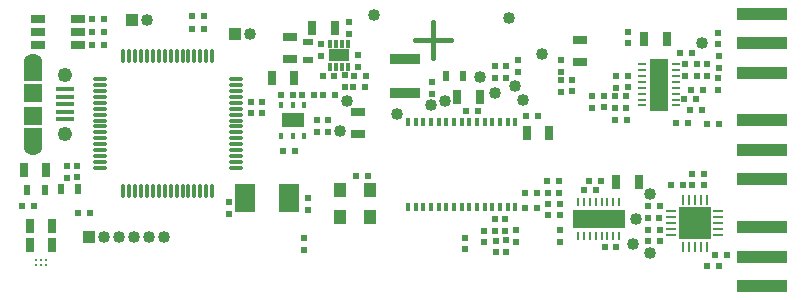
<source format=gts>
G04 #@! TF.FileFunction,Soldermask,Top*
%FSLAX46Y46*%
G04 Gerber Fmt 4.6, Leading zero omitted, Abs format (unit mm)*
G04 Created by KiCad (PCBNEW 4.0.5) date Sun Mar 19 22:32:23 2017*
%MOMM*%
%LPD*%
G01*
G04 APERTURE LIST*
%ADD10C,0.150000*%
%ADD11C,0.400000*%
%ADD12R,1.300000X0.700000*%
%ADD13R,0.300000X0.800000*%
%ADD14R,0.600000X0.500000*%
%ADD15R,1.700000X2.400000*%
%ADD16C,1.249680*%
%ADD17R,1.600200X1.501140*%
%ADD18R,1.501140X0.398780*%
%ADD19C,1.600200*%
%ADD20R,0.500000X0.600000*%
%ADD21R,0.700000X1.300000*%
%ADD22C,1.016000*%
%ADD23R,1.016000X1.016000*%
%ADD24R,0.350000X0.500000*%
%ADD25R,1.920000X1.200000*%
%ADD26R,0.250000X0.650000*%
%ADD27R,4.400000X1.650000*%
%ADD28R,0.850000X0.280000*%
%ADD29R,0.280000X0.850000*%
%ADD30R,2.700000X2.700000*%
%ADD31R,1.100000X1.200000*%
%ADD32C,0.300000*%
%ADD33R,0.420000X0.640000*%
%ADD34R,1.740000X1.040000*%
%ADD35R,0.650000X0.250000*%
%ADD36R,1.650000X4.400000*%
%ADD37R,4.200000X1.100000*%
%ADD38R,2.600000X0.900000*%
%ADD39R,0.900000X0.600000*%
%ADD40R,0.600000X0.900000*%
%ADD41O,1.200000X0.300000*%
%ADD42O,0.300000X1.200000*%
G04 APERTURE END LIST*
D10*
D11*
X189073809Y-74985714D02*
X186026190Y-74985714D01*
X187550000Y-76509524D02*
X187550000Y-73461905D01*
D12*
X181250000Y-81100000D03*
X181250000Y-83000000D03*
D13*
X194557240Y-81972600D03*
X193907240Y-81972600D03*
X192607240Y-81972600D03*
X193257240Y-81972600D03*
X190657240Y-81972600D03*
X190007240Y-81972600D03*
X191307240Y-81972600D03*
X191957240Y-81972600D03*
X186757240Y-81972600D03*
X186107240Y-81972600D03*
X185457240Y-81972600D03*
X188057240Y-81972600D03*
X187407240Y-81972600D03*
X188707240Y-81972600D03*
X189357240Y-81972600D03*
X189357240Y-89172600D03*
X188707240Y-89172600D03*
X187407240Y-89172600D03*
X188057240Y-89172600D03*
X185457240Y-89172600D03*
X186107240Y-89172600D03*
X186757240Y-89172600D03*
X191957240Y-89172600D03*
X191307240Y-89172600D03*
X190007240Y-89172600D03*
X190657240Y-89172600D03*
X193257240Y-89172600D03*
X192607240Y-89172600D03*
X193907240Y-89172600D03*
X194557240Y-89172600D03*
D14*
X176990000Y-88390000D03*
X176990000Y-89390000D03*
X170280000Y-88730000D03*
X170280000Y-89730000D03*
D15*
X171690000Y-88410000D03*
X175390000Y-88410000D03*
D16*
X156390340Y-82971640D03*
D17*
X153690320Y-83220560D03*
X153690320Y-77721460D03*
X153690320Y-81470500D03*
D18*
X156430980Y-79202280D03*
X156430980Y-79837280D03*
X156430980Y-80472280D03*
X156430980Y-81107280D03*
X156430980Y-81742280D03*
D19*
X153690320Y-83972400D03*
X153690320Y-76972160D03*
D17*
X153690320Y-79471520D03*
D16*
X156390340Y-77972920D03*
D14*
X211710000Y-75390000D03*
X211710000Y-74390000D03*
X210820000Y-77056360D03*
X210820000Y-78056360D03*
D12*
X200025000Y-74970600D03*
X200025000Y-76870600D03*
D14*
X204089000Y-74303000D03*
X204089000Y-75303000D03*
X198412100Y-77741400D03*
X198412100Y-76741400D03*
D20*
X210469100Y-79214980D03*
X209469100Y-79214980D03*
D14*
X187502800Y-78570200D03*
X187502800Y-79570200D03*
X201079100Y-79738600D03*
X201079100Y-80738600D03*
X203000000Y-80738600D03*
X203000000Y-79738600D03*
D21*
X195531700Y-82867500D03*
X197431700Y-82867500D03*
D20*
X195491480Y-81485740D03*
X196491480Y-81485740D03*
D14*
X172210000Y-80220000D03*
X172210000Y-81220000D03*
X157460000Y-86650000D03*
X157460000Y-85650000D03*
D20*
X167160000Y-74100000D03*
X168160000Y-74100000D03*
X179299490Y-79644240D03*
X178299490Y-79644240D03*
X179244880Y-78069440D03*
X178244880Y-78069440D03*
X180830600Y-78988920D03*
X181830600Y-78988920D03*
D14*
X178125120Y-75359640D03*
X178125120Y-76359640D03*
D12*
X175519080Y-74742000D03*
X175519080Y-76642000D03*
D20*
X174704120Y-79639160D03*
X175704120Y-79639160D03*
X176527840Y-79636620D03*
X177527840Y-79636620D03*
D14*
X177800000Y-81800000D03*
X177800000Y-82800000D03*
X178700000Y-81800000D03*
X178700000Y-82800000D03*
D20*
X201779760Y-86939120D03*
X200779760Y-86939120D03*
X200347960Y-87716360D03*
X201347960Y-87716360D03*
D14*
X198368920Y-92092400D03*
X198368920Y-91092400D03*
D20*
X202108180Y-92567760D03*
X203108180Y-92567760D03*
X198249160Y-86964520D03*
X197249160Y-86964520D03*
X198330440Y-89839800D03*
X197330440Y-89839800D03*
D14*
X194645280Y-92107640D03*
X194645280Y-91107640D03*
X191940180Y-92145740D03*
X191940180Y-91145740D03*
D20*
X206768320Y-89100000D03*
X205768320Y-89100000D03*
X206783560Y-91100000D03*
X205783560Y-91100000D03*
X206758160Y-90100000D03*
X205758160Y-90100000D03*
X206793720Y-92050000D03*
X205793720Y-92050000D03*
X207729200Y-87330280D03*
X208729200Y-87330280D03*
X210532600Y-87330280D03*
X209532600Y-87330280D03*
D21*
X205011060Y-87050880D03*
X203111060Y-87050880D03*
D20*
X211770000Y-94180000D03*
X210770000Y-94180000D03*
X212450000Y-93250000D03*
X211450000Y-93250000D03*
D14*
X204061060Y-78031720D03*
X204061060Y-79031720D03*
X211790000Y-76370000D03*
X211790000Y-77370000D03*
D20*
X181100000Y-86550000D03*
X182100000Y-86550000D03*
X210532600Y-86372700D03*
X209532600Y-86372700D03*
D21*
X152935900Y-86004400D03*
X154835900Y-86004400D03*
D20*
X152800000Y-89100000D03*
X153800000Y-89100000D03*
D12*
X157486620Y-75400000D03*
X154136620Y-75400000D03*
X154136620Y-74300000D03*
X157486620Y-74300000D03*
X157486620Y-73200000D03*
X154136620Y-73200000D03*
D22*
X172110400Y-74523600D03*
D23*
X170840400Y-74523600D03*
D21*
X177368160Y-73954640D03*
X179268160Y-73954640D03*
D22*
X164781000Y-91694800D03*
X163511000Y-91694800D03*
X160971000Y-91694800D03*
X162241000Y-91694800D03*
X159701000Y-91694800D03*
D23*
X158431000Y-91694800D03*
D20*
X209347180Y-80939640D03*
X210347180Y-80939640D03*
D14*
X199384920Y-79372080D03*
X199384920Y-78372080D03*
X203060300Y-78036800D03*
X203060300Y-79036800D03*
X208955640Y-78063980D03*
X208955640Y-77063980D03*
X211744560Y-79245080D03*
X211744560Y-78245080D03*
D20*
X208854420Y-80017620D03*
X209854420Y-80017620D03*
D14*
X202031600Y-79725900D03*
X202031600Y-80725900D03*
D20*
X208490000Y-76150000D03*
X209490000Y-76150000D03*
D14*
X203950000Y-80750000D03*
X203950000Y-79750000D03*
X192867280Y-78213840D03*
X192867280Y-77213840D03*
X193751200Y-78208760D03*
X193751200Y-77208760D03*
X190299340Y-91742640D03*
X190299340Y-92742640D03*
X176680000Y-92760000D03*
X176680000Y-91760000D03*
D20*
X159750000Y-75400000D03*
X158750000Y-75400000D03*
X159735140Y-74325480D03*
X158735140Y-74325480D03*
D14*
X180116480Y-79016480D03*
X180116480Y-78016480D03*
D20*
X180901720Y-78064360D03*
X181901720Y-78064360D03*
D14*
X181218840Y-77294360D03*
X181218840Y-76294360D03*
X180450000Y-74500000D03*
X180450000Y-73500000D03*
D20*
X167220000Y-72960000D03*
X168220000Y-72960000D03*
X159700000Y-73200000D03*
X158700000Y-73200000D03*
X196400040Y-87960200D03*
X195400040Y-87960200D03*
X196389880Y-89194640D03*
X195389880Y-89194640D03*
D14*
X193700400Y-91142440D03*
X193700400Y-90142440D03*
X192872360Y-91157680D03*
X192872360Y-90157680D03*
D20*
X198284720Y-87939880D03*
X197284720Y-87939880D03*
X198320280Y-88869520D03*
X197320280Y-88869520D03*
D14*
X193786760Y-92981400D03*
X193786760Y-91981400D03*
X192877440Y-92991560D03*
X192877440Y-91991560D03*
X209900520Y-77056360D03*
X209900520Y-78056360D03*
D22*
X191582040Y-78127860D03*
X192857120Y-79496920D03*
X179740000Y-82700000D03*
X180270000Y-80140000D03*
X205945740Y-88092280D03*
X204769720Y-90172540D03*
X204558900Y-92260420D03*
X205999080Y-93024960D03*
D24*
X174751960Y-83123560D03*
X175701960Y-83123560D03*
X176651960Y-83123560D03*
D25*
X175701960Y-81823560D03*
D24*
X176651960Y-80523560D03*
X175701960Y-80523560D03*
X174751960Y-80523560D03*
D26*
X203352340Y-88692060D03*
X203352340Y-91592060D03*
X202352340Y-91592060D03*
X202852340Y-91592060D03*
X201352340Y-88692060D03*
X201852340Y-88692060D03*
X202352340Y-88692060D03*
X202852340Y-88692060D03*
X201852340Y-91592060D03*
X201352340Y-91592060D03*
X200352340Y-91592060D03*
X200852340Y-91592060D03*
X199852340Y-91592060D03*
X200852340Y-88692060D03*
X200352340Y-88692060D03*
X199852340Y-88692060D03*
D27*
X201602340Y-90142060D03*
D28*
X211753200Y-89530680D03*
X211753200Y-90030680D03*
X211753200Y-91030680D03*
X211753200Y-90530680D03*
X211753200Y-91530680D03*
D29*
X210753200Y-88530680D03*
X209753200Y-88530680D03*
X210253200Y-88530680D03*
X209253200Y-88530680D03*
X208753200Y-88530680D03*
X208753200Y-92530680D03*
X209253200Y-92530680D03*
X210253200Y-92530680D03*
X209753200Y-92530680D03*
X210753200Y-92530680D03*
D28*
X207753200Y-91530680D03*
X207753200Y-90530680D03*
X207753200Y-91030680D03*
X207753200Y-90030680D03*
X207753200Y-89530680D03*
D30*
X209753200Y-90530680D03*
D31*
X182270000Y-90000000D03*
X182270000Y-87700000D03*
X179730000Y-87700000D03*
X179730000Y-90000000D03*
D22*
X163405000Y-73280000D03*
D23*
X162135000Y-73280000D03*
D22*
X182600000Y-72900000D03*
X193992500Y-73126600D03*
X196786500Y-76212700D03*
X210400000Y-75300000D03*
D14*
X156610000Y-86660000D03*
X156610000Y-85660000D03*
X173070000Y-80230000D03*
X173070000Y-81230000D03*
D21*
X155350000Y-90720000D03*
X153450000Y-90720000D03*
X153450000Y-92370000D03*
X155350000Y-92370000D03*
D32*
X154800000Y-93620000D03*
X154400000Y-93620000D03*
X154000000Y-93620000D03*
X154800000Y-94020000D03*
X154400000Y-94020000D03*
X154000000Y-94020000D03*
D20*
X190400000Y-81000000D03*
X191400000Y-81000000D03*
D22*
X194513200Y-78930500D03*
X195173600Y-80086200D03*
D20*
X210790000Y-82090000D03*
X211790000Y-82090000D03*
X208171160Y-82024220D03*
X209171160Y-82024220D03*
D14*
X198399400Y-78392400D03*
X198399400Y-79392400D03*
D33*
X180394040Y-77256680D03*
X179894040Y-77256680D03*
X178894040Y-77256680D03*
X179394040Y-77256680D03*
X179394040Y-75356680D03*
X178894040Y-75356680D03*
X179894040Y-75356680D03*
D34*
X179644040Y-76306680D03*
D33*
X180394040Y-75356680D03*
D35*
X205250000Y-77050000D03*
X208150000Y-77050000D03*
X208150000Y-78050000D03*
X208150000Y-77550000D03*
X205250000Y-79050000D03*
X205250000Y-78550000D03*
X205250000Y-78050000D03*
X205250000Y-77550000D03*
X208150000Y-78550000D03*
X208150000Y-79050000D03*
X208150000Y-80050000D03*
X208150000Y-79550000D03*
X208150000Y-80550000D03*
X205250000Y-79550000D03*
X205250000Y-80050000D03*
X205250000Y-80550000D03*
D36*
X206700000Y-78800000D03*
D21*
X173929000Y-78196440D03*
X175829000Y-78196440D03*
D37*
X215460000Y-75280000D03*
X215460000Y-72780000D03*
X215460000Y-77780000D03*
X215460000Y-84300000D03*
X215460000Y-81800000D03*
X215460000Y-86800000D03*
X215460000Y-93370000D03*
X215460000Y-90870000D03*
X215460000Y-95870000D03*
D21*
X189650000Y-79800000D03*
X191550000Y-79800000D03*
D20*
X203017500Y-81775300D03*
X204017500Y-81775300D03*
D14*
X194779900Y-76716000D03*
X194779900Y-77716000D03*
D21*
X205460000Y-74920000D03*
X207360000Y-74920000D03*
D38*
X185191400Y-76591500D03*
X185191400Y-79491500D03*
D39*
X176982120Y-75190920D03*
X176982120Y-76690920D03*
D20*
X174900000Y-84400000D03*
X175900000Y-84400000D03*
D40*
X157550000Y-87650000D03*
X156050000Y-87650000D03*
X153200000Y-87750000D03*
X154700000Y-87750000D03*
X188650000Y-78050000D03*
X190150000Y-78050000D03*
D22*
X188620400Y-80200500D03*
X187426600Y-80556100D03*
X184569100Y-81267300D03*
D20*
X157520000Y-89680000D03*
X158520000Y-89680000D03*
D41*
X170880000Y-85830000D03*
X170880000Y-85330000D03*
X170880000Y-84830000D03*
X170880000Y-84330000D03*
X170880000Y-83830000D03*
X170880000Y-83330000D03*
X170880000Y-82830000D03*
X170880000Y-82330000D03*
X170880000Y-81830000D03*
X170880000Y-81330000D03*
X170880000Y-80830000D03*
X170880000Y-80330000D03*
X170880000Y-79830000D03*
X170880000Y-79330000D03*
X170880000Y-78830000D03*
X170880000Y-78330000D03*
D42*
X168880000Y-76330000D03*
X168380000Y-76330000D03*
X167880000Y-76330000D03*
X167380000Y-76330000D03*
X166880000Y-76330000D03*
X166380000Y-76330000D03*
X165880000Y-76330000D03*
X165380000Y-76330000D03*
X164880000Y-76330000D03*
X164380000Y-76330000D03*
X163880000Y-76330000D03*
X163380000Y-76330000D03*
X162880000Y-76330000D03*
X162380000Y-76330000D03*
X161880000Y-76330000D03*
X161380000Y-76330000D03*
D41*
X159380000Y-78330000D03*
X159380000Y-78830000D03*
X159380000Y-79330000D03*
X159380000Y-79830000D03*
X159380000Y-80330000D03*
X159380000Y-80830000D03*
X159380000Y-81330000D03*
X159380000Y-81830000D03*
X159380000Y-82330000D03*
X159380000Y-82830000D03*
X159380000Y-83330000D03*
X159380000Y-83830000D03*
X159380000Y-84330000D03*
X159380000Y-84830000D03*
X159380000Y-85330000D03*
X159380000Y-85830000D03*
D42*
X161380000Y-87830000D03*
X161880000Y-87830000D03*
X162380000Y-87830000D03*
X162880000Y-87830000D03*
X163380000Y-87830000D03*
X163880000Y-87830000D03*
X164380000Y-87830000D03*
X164880000Y-87830000D03*
X165380000Y-87830000D03*
X165880000Y-87830000D03*
X166380000Y-87830000D03*
X166880000Y-87830000D03*
X167380000Y-87830000D03*
X167880000Y-87830000D03*
X168380000Y-87830000D03*
X168880000Y-87830000D03*
M02*

</source>
